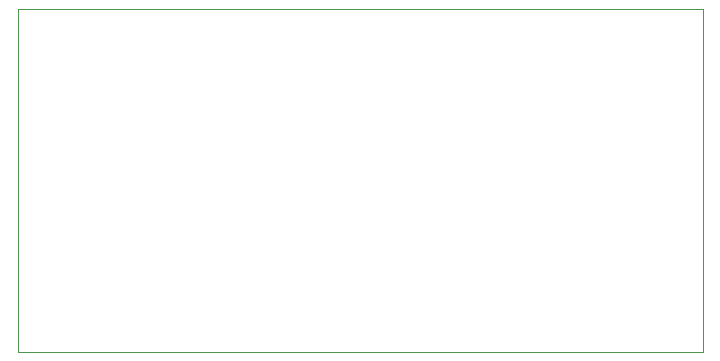
<source format=gbr>
%TF.GenerationSoftware,KiCad,Pcbnew,7.0.5-0*%
%TF.CreationDate,2023-08-08T15:43:03-04:00*%
%TF.ProjectId,Lemmingometre,4c656d6d-696e-4676-9f6d-657472652e6b,rev?*%
%TF.SameCoordinates,Original*%
%TF.FileFunction,Legend,Bot*%
%TF.FilePolarity,Positive*%
%FSLAX46Y46*%
G04 Gerber Fmt 4.6, Leading zero omitted, Abs format (unit mm)*
G04 Created by KiCad (PCBNEW 7.0.5-0) date 2023-08-08 15:43:03*
%MOMM*%
%LPD*%
G01*
G04 APERTURE LIST*
%ADD10C,0.100000*%
G04 APERTURE END LIST*
D10*
%TO.C,U1*%
X55040000Y-66750000D02*
X113040000Y-66750000D01*
X113040000Y-66750000D02*
X113040000Y-95750000D01*
X113040000Y-95750000D02*
X55040000Y-95750000D01*
X55040000Y-95750000D02*
X55040000Y-66750000D01*
%TD*%
M02*

</source>
